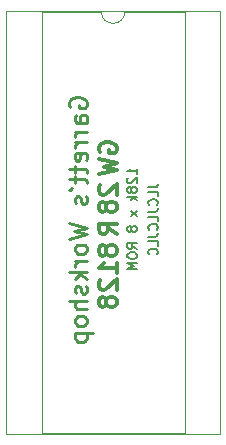
<source format=gbo>
G04 #@! TF.GenerationSoftware,KiCad,Pcbnew,(5.1.2-1)-1*
G04 #@! TF.CreationDate,2019-12-07T17:40:51-05:00*
G04 #@! TF.ProjectId,GW28R8128,47573238-5238-4313-9238-2e6b69636164,rev?*
G04 #@! TF.SameCoordinates,Original*
G04 #@! TF.FileFunction,Legend,Bot*
G04 #@! TF.FilePolarity,Positive*
%FSLAX46Y46*%
G04 Gerber Fmt 4.6, Leading zero omitted, Abs format (unit mm)*
G04 Created by KiCad (PCBNEW (5.1.2-1)-1) date 2019-12-07 17:40:51*
%MOMM*%
%LPD*%
G04 APERTURE LIST*
%ADD10C,0.203200*%
%ADD11C,0.300000*%
%ADD12C,0.225000*%
%ADD13C,0.120000*%
%ADD14O,1.852400X2.432400*%
G04 APERTURE END LIST*
D10*
X51243895Y-33866666D02*
X51824466Y-33866666D01*
X51940580Y-33827961D01*
X52017990Y-33750552D01*
X52056695Y-33634438D01*
X52056695Y-33557028D01*
X52056695Y-34640761D02*
X52056695Y-34253714D01*
X51243895Y-34253714D01*
X51979285Y-35376152D02*
X52017990Y-35337447D01*
X52056695Y-35221333D01*
X52056695Y-35143923D01*
X52017990Y-35027809D01*
X51940580Y-34950400D01*
X51863171Y-34911695D01*
X51708352Y-34872990D01*
X51592238Y-34872990D01*
X51437419Y-34911695D01*
X51360009Y-34950400D01*
X51282600Y-35027809D01*
X51243895Y-35143923D01*
X51243895Y-35221333D01*
X51282600Y-35337447D01*
X51321304Y-35376152D01*
X51243895Y-35956723D02*
X51824466Y-35956723D01*
X51940580Y-35918019D01*
X52017990Y-35840609D01*
X52056695Y-35724495D01*
X52056695Y-35647085D01*
X52056695Y-36730819D02*
X52056695Y-36343771D01*
X51243895Y-36343771D01*
X51979285Y-37466209D02*
X52017990Y-37427504D01*
X52056695Y-37311390D01*
X52056695Y-37233980D01*
X52017990Y-37117866D01*
X51940580Y-37040457D01*
X51863171Y-37001752D01*
X51708352Y-36963047D01*
X51592238Y-36963047D01*
X51437419Y-37001752D01*
X51360009Y-37040457D01*
X51282600Y-37117866D01*
X51243895Y-37233980D01*
X51243895Y-37311390D01*
X51282600Y-37427504D01*
X51321304Y-37466209D01*
X51243895Y-38046780D02*
X51824466Y-38046780D01*
X51940580Y-38008076D01*
X52017990Y-37930666D01*
X52056695Y-37814552D01*
X52056695Y-37737142D01*
X52056695Y-38820876D02*
X52056695Y-38433828D01*
X51243895Y-38433828D01*
X51979285Y-39556266D02*
X52017990Y-39517561D01*
X52056695Y-39401447D01*
X52056695Y-39324038D01*
X52017990Y-39207923D01*
X51940580Y-39130514D01*
X51863171Y-39091809D01*
X51708352Y-39053104D01*
X51592238Y-39053104D01*
X51437419Y-39091809D01*
X51360009Y-39130514D01*
X51282600Y-39207923D01*
X51243895Y-39324038D01*
X51243895Y-39401447D01*
X51282600Y-39517561D01*
X51321304Y-39556266D01*
X50278695Y-32763580D02*
X50278695Y-32299123D01*
X50278695Y-32531352D02*
X49465895Y-32531352D01*
X49582009Y-32453942D01*
X49659419Y-32376533D01*
X49698123Y-32299123D01*
X49543304Y-33073219D02*
X49504600Y-33111923D01*
X49465895Y-33189333D01*
X49465895Y-33382857D01*
X49504600Y-33460266D01*
X49543304Y-33498971D01*
X49620714Y-33537676D01*
X49698123Y-33537676D01*
X49814238Y-33498971D01*
X50278695Y-33034514D01*
X50278695Y-33537676D01*
X49814238Y-34002133D02*
X49775533Y-33924723D01*
X49736828Y-33886019D01*
X49659419Y-33847314D01*
X49620714Y-33847314D01*
X49543304Y-33886019D01*
X49504600Y-33924723D01*
X49465895Y-34002133D01*
X49465895Y-34156952D01*
X49504600Y-34234361D01*
X49543304Y-34273066D01*
X49620714Y-34311771D01*
X49659419Y-34311771D01*
X49736828Y-34273066D01*
X49775533Y-34234361D01*
X49814238Y-34156952D01*
X49814238Y-34002133D01*
X49852942Y-33924723D01*
X49891647Y-33886019D01*
X49969057Y-33847314D01*
X50123876Y-33847314D01*
X50201285Y-33886019D01*
X50239990Y-33924723D01*
X50278695Y-34002133D01*
X50278695Y-34156952D01*
X50239990Y-34234361D01*
X50201285Y-34273066D01*
X50123876Y-34311771D01*
X49969057Y-34311771D01*
X49891647Y-34273066D01*
X49852942Y-34234361D01*
X49814238Y-34156952D01*
X50278695Y-34660114D02*
X49465895Y-34660114D01*
X49969057Y-34737523D02*
X50278695Y-34969752D01*
X49736828Y-34969752D02*
X50046466Y-34660114D01*
X50278695Y-35859961D02*
X49736828Y-36285714D01*
X49736828Y-35859961D02*
X50278695Y-36285714D01*
X49814238Y-37330742D02*
X49775533Y-37253333D01*
X49736828Y-37214628D01*
X49659419Y-37175923D01*
X49620714Y-37175923D01*
X49543304Y-37214628D01*
X49504600Y-37253333D01*
X49465895Y-37330742D01*
X49465895Y-37485561D01*
X49504600Y-37562971D01*
X49543304Y-37601676D01*
X49620714Y-37640380D01*
X49659419Y-37640380D01*
X49736828Y-37601676D01*
X49775533Y-37562971D01*
X49814238Y-37485561D01*
X49814238Y-37330742D01*
X49852942Y-37253333D01*
X49891647Y-37214628D01*
X49969057Y-37175923D01*
X50123876Y-37175923D01*
X50201285Y-37214628D01*
X50239990Y-37253333D01*
X50278695Y-37330742D01*
X50278695Y-37485561D01*
X50239990Y-37562971D01*
X50201285Y-37601676D01*
X50123876Y-37640380D01*
X49969057Y-37640380D01*
X49891647Y-37601676D01*
X49852942Y-37562971D01*
X49814238Y-37485561D01*
X50278695Y-39072457D02*
X49891647Y-38801523D01*
X50278695Y-38608000D02*
X49465895Y-38608000D01*
X49465895Y-38917638D01*
X49504600Y-38995047D01*
X49543304Y-39033752D01*
X49620714Y-39072457D01*
X49736828Y-39072457D01*
X49814238Y-39033752D01*
X49852942Y-38995047D01*
X49891647Y-38917638D01*
X49891647Y-38608000D01*
X49465895Y-39575619D02*
X49465895Y-39730438D01*
X49504600Y-39807847D01*
X49582009Y-39885257D01*
X49736828Y-39923961D01*
X50007761Y-39923961D01*
X50162580Y-39885257D01*
X50239990Y-39807847D01*
X50278695Y-39730438D01*
X50278695Y-39575619D01*
X50239990Y-39498209D01*
X50162580Y-39420800D01*
X50007761Y-39382095D01*
X49736828Y-39382095D01*
X49582009Y-39420800D01*
X49504600Y-39498209D01*
X49465895Y-39575619D01*
X50278695Y-40272304D02*
X49465895Y-40272304D01*
X50046466Y-40543238D01*
X49465895Y-40814171D01*
X50278695Y-40814171D01*
D11*
X47697571Y-39079714D02*
X47625000Y-38934571D01*
X47552428Y-38862000D01*
X47407285Y-38789428D01*
X47334714Y-38789428D01*
X47189571Y-38862000D01*
X47117000Y-38934571D01*
X47044428Y-39079714D01*
X47044428Y-39370000D01*
X47117000Y-39515142D01*
X47189571Y-39587714D01*
X47334714Y-39660285D01*
X47407285Y-39660285D01*
X47552428Y-39587714D01*
X47625000Y-39515142D01*
X47697571Y-39370000D01*
X47697571Y-39079714D01*
X47770142Y-38934571D01*
X47842714Y-38862000D01*
X47987857Y-38789428D01*
X48278142Y-38789428D01*
X48423285Y-38862000D01*
X48495857Y-38934571D01*
X48568428Y-39079714D01*
X48568428Y-39370000D01*
X48495857Y-39515142D01*
X48423285Y-39587714D01*
X48278142Y-39660285D01*
X47987857Y-39660285D01*
X47842714Y-39587714D01*
X47770142Y-39515142D01*
X47697571Y-39370000D01*
X48568428Y-41111714D02*
X48568428Y-40240857D01*
X48568428Y-40676285D02*
X47044428Y-40676285D01*
X47262142Y-40531142D01*
X47407285Y-40386000D01*
X47479857Y-40240857D01*
X47189571Y-41692285D02*
X47117000Y-41764857D01*
X47044428Y-41910000D01*
X47044428Y-42272857D01*
X47117000Y-42418000D01*
X47189571Y-42490571D01*
X47334714Y-42563142D01*
X47479857Y-42563142D01*
X47697571Y-42490571D01*
X48568428Y-41619714D01*
X48568428Y-42563142D01*
X47697571Y-43434000D02*
X47625000Y-43288857D01*
X47552428Y-43216285D01*
X47407285Y-43143714D01*
X47334714Y-43143714D01*
X47189571Y-43216285D01*
X47117000Y-43288857D01*
X47044428Y-43434000D01*
X47044428Y-43724285D01*
X47117000Y-43869428D01*
X47189571Y-43942000D01*
X47334714Y-44014571D01*
X47407285Y-44014571D01*
X47552428Y-43942000D01*
X47625000Y-43869428D01*
X47697571Y-43724285D01*
X47697571Y-43434000D01*
X47770142Y-43288857D01*
X47842714Y-43216285D01*
X47987857Y-43143714D01*
X48278142Y-43143714D01*
X48423285Y-43216285D01*
X48495857Y-43288857D01*
X48568428Y-43434000D01*
X48568428Y-43724285D01*
X48495857Y-43869428D01*
X48423285Y-43942000D01*
X48278142Y-44014571D01*
X47987857Y-44014571D01*
X47842714Y-43942000D01*
X47770142Y-43869428D01*
X47697571Y-43724285D01*
X48568428Y-37809714D02*
X47842714Y-37301714D01*
X48568428Y-36938857D02*
X47044428Y-36938857D01*
X47044428Y-37519428D01*
X47117000Y-37664571D01*
X47189571Y-37737142D01*
X47334714Y-37809714D01*
X47552428Y-37809714D01*
X47697571Y-37737142D01*
X47770142Y-37664571D01*
X47842714Y-37519428D01*
X47842714Y-36938857D01*
X47189571Y-33636857D02*
X47117000Y-33709428D01*
X47044428Y-33854571D01*
X47044428Y-34217428D01*
X47117000Y-34362571D01*
X47189571Y-34435142D01*
X47334714Y-34507714D01*
X47479857Y-34507714D01*
X47697571Y-34435142D01*
X48568428Y-33564285D01*
X48568428Y-34507714D01*
X47697571Y-35378571D02*
X47625000Y-35233428D01*
X47552428Y-35160857D01*
X47407285Y-35088285D01*
X47334714Y-35088285D01*
X47189571Y-35160857D01*
X47117000Y-35233428D01*
X47044428Y-35378571D01*
X47044428Y-35668857D01*
X47117000Y-35814000D01*
X47189571Y-35886571D01*
X47334714Y-35959142D01*
X47407285Y-35959142D01*
X47552428Y-35886571D01*
X47625000Y-35814000D01*
X47697571Y-35668857D01*
X47697571Y-35378571D01*
X47770142Y-35233428D01*
X47842714Y-35160857D01*
X47987857Y-35088285D01*
X48278142Y-35088285D01*
X48423285Y-35160857D01*
X48495857Y-35233428D01*
X48568428Y-35378571D01*
X48568428Y-35668857D01*
X48495857Y-35814000D01*
X48423285Y-35886571D01*
X48278142Y-35959142D01*
X47987857Y-35959142D01*
X47842714Y-35886571D01*
X47770142Y-35814000D01*
X47697571Y-35668857D01*
X47117000Y-30897285D02*
X47044428Y-30752142D01*
X47044428Y-30534428D01*
X47117000Y-30316714D01*
X47262142Y-30171571D01*
X47407285Y-30099000D01*
X47697571Y-30026428D01*
X47915285Y-30026428D01*
X48205571Y-30099000D01*
X48350714Y-30171571D01*
X48495857Y-30316714D01*
X48568428Y-30534428D01*
X48568428Y-30679571D01*
X48495857Y-30897285D01*
X48423285Y-30969857D01*
X47915285Y-30969857D01*
X47915285Y-30679571D01*
X47044428Y-31477857D02*
X48568428Y-31840714D01*
X47479857Y-32131000D01*
X48568428Y-32421285D01*
X47044428Y-32784142D01*
D12*
X44589000Y-27076000D02*
X44517571Y-26933142D01*
X44517571Y-26718857D01*
X44589000Y-26504571D01*
X44731857Y-26361714D01*
X44874714Y-26290285D01*
X45160428Y-26218857D01*
X45374714Y-26218857D01*
X45660428Y-26290285D01*
X45803285Y-26361714D01*
X45946142Y-26504571D01*
X46017571Y-26718857D01*
X46017571Y-26861714D01*
X45946142Y-27076000D01*
X45874714Y-27147428D01*
X45374714Y-27147428D01*
X45374714Y-26861714D01*
X46017571Y-28433142D02*
X45231857Y-28433142D01*
X45089000Y-28361714D01*
X45017571Y-28218857D01*
X45017571Y-27933142D01*
X45089000Y-27790285D01*
X45946142Y-28433142D02*
X46017571Y-28290285D01*
X46017571Y-27933142D01*
X45946142Y-27790285D01*
X45803285Y-27718857D01*
X45660428Y-27718857D01*
X45517571Y-27790285D01*
X45446142Y-27933142D01*
X45446142Y-28290285D01*
X45374714Y-28433142D01*
X46017571Y-29147428D02*
X45017571Y-29147428D01*
X45303285Y-29147428D02*
X45160428Y-29218857D01*
X45089000Y-29290285D01*
X45017571Y-29433142D01*
X45017571Y-29576000D01*
X46017571Y-30076000D02*
X45017571Y-30076000D01*
X45303285Y-30076000D02*
X45160428Y-30147428D01*
X45089000Y-30218857D01*
X45017571Y-30361714D01*
X45017571Y-30504571D01*
X45946142Y-31576000D02*
X46017571Y-31433142D01*
X46017571Y-31147428D01*
X45946142Y-31004571D01*
X45803285Y-30933142D01*
X45231857Y-30933142D01*
X45089000Y-31004571D01*
X45017571Y-31147428D01*
X45017571Y-31433142D01*
X45089000Y-31576000D01*
X45231857Y-31647428D01*
X45374714Y-31647428D01*
X45517571Y-30933142D01*
X45017571Y-32076000D02*
X45017571Y-32647428D01*
X44517571Y-32290285D02*
X45803285Y-32290285D01*
X45946142Y-32361714D01*
X46017571Y-32504571D01*
X46017571Y-32647428D01*
X45017571Y-32933142D02*
X45017571Y-33504571D01*
X44517571Y-33147428D02*
X45803285Y-33147428D01*
X45946142Y-33218857D01*
X46017571Y-33361714D01*
X46017571Y-33504571D01*
X44517571Y-34076000D02*
X44589000Y-34076000D01*
X44731857Y-34004571D01*
X44803285Y-33933142D01*
X45946142Y-34647428D02*
X46017571Y-34790285D01*
X46017571Y-35076000D01*
X45946142Y-35218857D01*
X45803285Y-35290285D01*
X45731857Y-35290285D01*
X45589000Y-35218857D01*
X45517571Y-35076000D01*
X45517571Y-34861714D01*
X45446142Y-34718857D01*
X45303285Y-34647428D01*
X45231857Y-34647428D01*
X45089000Y-34718857D01*
X45017571Y-34861714D01*
X45017571Y-35076000D01*
X45089000Y-35218857D01*
X44517571Y-36933142D02*
X46017571Y-37290285D01*
X44946142Y-37576000D01*
X46017571Y-37861714D01*
X44517571Y-38218857D01*
X46017571Y-39004571D02*
X45946142Y-38861714D01*
X45874714Y-38790285D01*
X45731857Y-38718857D01*
X45303285Y-38718857D01*
X45160428Y-38790285D01*
X45089000Y-38861714D01*
X45017571Y-39004571D01*
X45017571Y-39218857D01*
X45089000Y-39361714D01*
X45160428Y-39433142D01*
X45303285Y-39504571D01*
X45731857Y-39504571D01*
X45874714Y-39433142D01*
X45946142Y-39361714D01*
X46017571Y-39218857D01*
X46017571Y-39004571D01*
X46017571Y-40147428D02*
X45017571Y-40147428D01*
X45303285Y-40147428D02*
X45160428Y-40218857D01*
X45089000Y-40290285D01*
X45017571Y-40433142D01*
X45017571Y-40576000D01*
X46017571Y-41076000D02*
X44517571Y-41076000D01*
X45446142Y-41218857D02*
X46017571Y-41647428D01*
X45017571Y-41647428D02*
X45589000Y-41076000D01*
X45946142Y-42218857D02*
X46017571Y-42361714D01*
X46017571Y-42647428D01*
X45946142Y-42790285D01*
X45803285Y-42861714D01*
X45731857Y-42861714D01*
X45589000Y-42790285D01*
X45517571Y-42647428D01*
X45517571Y-42433142D01*
X45446142Y-42290285D01*
X45303285Y-42218857D01*
X45231857Y-42218857D01*
X45089000Y-42290285D01*
X45017571Y-42433142D01*
X45017571Y-42647428D01*
X45089000Y-42790285D01*
X46017571Y-43504571D02*
X44517571Y-43504571D01*
X46017571Y-44147428D02*
X45231857Y-44147428D01*
X45089000Y-44076000D01*
X45017571Y-43933142D01*
X45017571Y-43718857D01*
X45089000Y-43576000D01*
X45160428Y-43504571D01*
X46017571Y-45076000D02*
X45946142Y-44933142D01*
X45874714Y-44861714D01*
X45731857Y-44790285D01*
X45303285Y-44790285D01*
X45160428Y-44861714D01*
X45089000Y-44933142D01*
X45017571Y-45076000D01*
X45017571Y-45290285D01*
X45089000Y-45433142D01*
X45160428Y-45504571D01*
X45303285Y-45576000D01*
X45731857Y-45576000D01*
X45874714Y-45504571D01*
X45946142Y-45433142D01*
X46017571Y-45290285D01*
X46017571Y-45076000D01*
X45017571Y-46218857D02*
X46517571Y-46218857D01*
X45089000Y-46218857D02*
X45017571Y-46361714D01*
X45017571Y-46647428D01*
X45089000Y-46790285D01*
X45160428Y-46861714D01*
X45303285Y-46933142D01*
X45731857Y-46933142D01*
X45874714Y-46861714D01*
X45946142Y-46790285D01*
X46017571Y-46647428D01*
X46017571Y-46361714D01*
X45946142Y-46218857D01*
D13*
X49260000Y-18990000D02*
G75*
G02X47260000Y-18990000I-1000000J0D01*
G01*
X47260000Y-18990000D02*
X42200000Y-18990000D01*
X42200000Y-18990000D02*
X42200000Y-54670000D01*
X42200000Y-54670000D02*
X54320000Y-54670000D01*
X54320000Y-54670000D02*
X54320000Y-18990000D01*
X54320000Y-18990000D02*
X49260000Y-18990000D01*
X39200000Y-18930000D02*
X39200000Y-54730000D01*
X39200000Y-54730000D02*
X57320000Y-54730000D01*
X57320000Y-54730000D02*
X57320000Y-18930000D01*
X57320000Y-18930000D02*
X39200000Y-18930000D01*
%LPC*%
D14*
X40640000Y-20320000D03*
X55880000Y-53340000D03*
X40640000Y-22860000D03*
X55880000Y-50800000D03*
X40640000Y-25400000D03*
X55880000Y-48260000D03*
X40640000Y-27940000D03*
X55880000Y-45720000D03*
X40640000Y-30480000D03*
X55880000Y-43180000D03*
X40640000Y-33020000D03*
X55880000Y-40640000D03*
X40640000Y-35560000D03*
X55880000Y-38100000D03*
X40640000Y-38100000D03*
X55880000Y-35560000D03*
X40640000Y-40640000D03*
X55880000Y-33020000D03*
X40640000Y-43180000D03*
X55880000Y-30480000D03*
X40640000Y-45720000D03*
X55880000Y-27940000D03*
X40640000Y-48260000D03*
X55880000Y-25400000D03*
X40640000Y-50800000D03*
X55880000Y-22860000D03*
X40640000Y-53340000D03*
X55880000Y-20320000D03*
M02*

</source>
